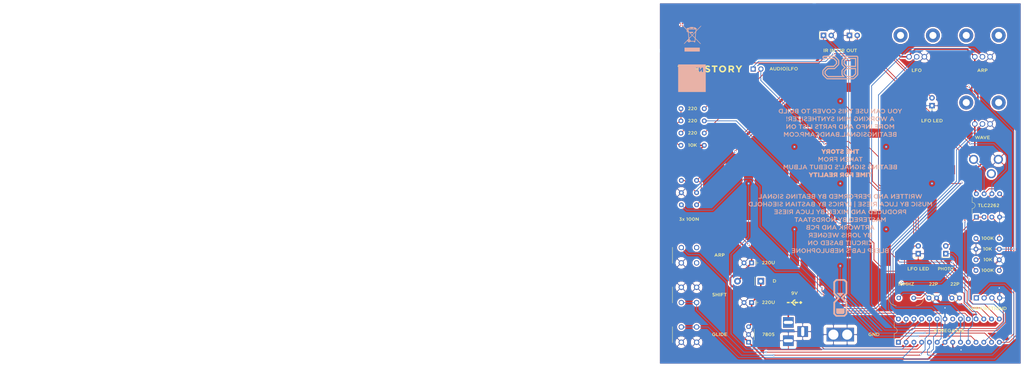
<source format=kicad_pcb>
(kicad_pcb (version 4) (host pcbnew 4.0.6)
  (layers (0 F.Cu signal) (31 B.Cu signal) (34 B.Paste user hide) (35 F.Paste user hide) (36 B.SilkS user) (37 F.SilkS user) (38 B.Mask user) (39 F.Mask user) (44 Edge.Cuts user hide))
  (net 0 "")
  (net 1 GND)
  (net 2 "Net-(D1-Pad2)")
  (net 3 "Net-(C2-Pad1)")
  (net 4 /1)
  (net 5 /2)
  (net 6 /3)
  (net 7 /4)
  (net 8 /5)
  (net 9 /6)
  (net 10 /7)
  (net 11 /8)
  (net 12 /9)
  (net 13 /10)
  (net 14 /AMP)
  (net 15 "Net-(R2-Pad1)")
  (net 16 "Net-(D2-Pad2)")
  (net 17 "Net-(R4-Pad2)")
  (net 18 "Net-(D3-Pad2)")
  (net 19 "Net-(R7-Pad2)")
  (net 20 "Net-(C1-Pad1)")
  (net 21 +5V)
  (net 22 "Net-(Q1-Pad1)")
  (net 23 "Net-(RV1-Pad2)")
  (net 24 "Net-(RV2-Pad2)")
  (net 25 "Net-(RV3-Pad2)")
  (net 26 "Net-(J3-Pad3)")
  (net 27 "Net-(J3-Pad1)")
  (net 28 "Net-(SW3-Pad1)")
  (net 29 "Net-(SW2-Pad2)")
  (net 30 "Net-(C4-Pad1)")
  (net 31 "Net-(D4-Pad2)")
  (net 32 "Net-(R6-Pad2)")
  (net 33 "Net-(C1-Pad2)")
  (net 34 "Net-(C6-Pad1)")
  (net 35 "Net-(C7-Pad1)")
  (net 36 "Net-(J15-Pad2)")
  (module LEDs:LED_SideEmitter_Rectangular_W4.5mm_H1.6mm (layer F.Cu) (at 103 51.5)
    (fp_text reference D1 hide)
    (fp_text value IROUT hide)
    (pad 1 thru_hole rect (at 0 0) (size 1.8 1.8) (drill 0.9) (layers *.Cu *.Mask) (net 1 GND))
    (pad 2 thru_hole circle (at 2.54 0) (size 1.8 1.8) (drill 0.9) (layers *.Cu *.Mask) (net 2 "Net-(D1-Pad2)"))
  )
  (module Eigenes:Cross_Contact_A02 (layer F.Cu) (at 100 73)
    (fp_text reference J4 hide)
    (fp_text value 1 hide)
    (pad 1 smd rect (at 0 0) (size 3 24) (layers F.Cu F.Paste F.Mask) (net 4 /1))
    (pad 1 smd rect (at 0 -4.5) (size 15 3) (layers F.Cu F.Paste F.Mask) (net 4 /1))
    (pad 1 thru_hole circle (at 0 0) (size 1 1) (drill 0.4) (layers *.Cu *.Mask) (net 4 /1))
  )
  (module Eigenes:Cross_Contact_A02 (layer F.Cu) (at 85 88)
    (fp_text reference J5 hide)
    (fp_text value 2 hide)
    (pad 1 smd rect (at 0 0) (size 3 24) (layers F.Cu F.Paste F.Mask) (net 5 /2))
    (pad 1 smd rect (at 0 -4.5) (size 15 3) (layers F.Cu F.Paste F.Mask) (net 5 /2))
    (pad 1 thru_hole circle (at 0 0) (size 1 1) (drill 0.4) (layers *.Cu *.Mask) (net 5 /2))
  )
  (module Eigenes:Cross_Contact_A02 (layer F.Cu) (at 115 88)
    (fp_text reference J6 hide)
    (fp_text value 3 hide)
    (pad 1 smd rect (at 0 0) (size 3 24) (layers F.Cu F.Paste F.Mask) (net 6 /3))
    (pad 1 smd rect (at 0 -4.5) (size 15 3) (layers F.Cu F.Paste F.Mask) (net 6 /3))
    (pad 1 thru_hole circle (at 0 0) (size 1 1) (drill 0.4) (layers *.Cu *.Mask) (net 6 /3))
  )
  (module Eigenes:Cross_Contact_A02 (layer F.Cu) (at 70 100)
    (fp_text reference J7 hide)
    (fp_text value 4 hide)
    (pad 1 smd rect (at 0 0) (size 3 24) (layers F.Cu F.Paste F.Mask) (net 7 /4))
    (pad 1 smd rect (at 0 -4.5) (size 15 3) (layers F.Cu F.Paste F.Mask) (net 7 /4))
    (pad 1 thru_hole circle (at 0 0) (size 1 1) (drill 0.4) (layers *.Cu *.Mask) (net 7 /4))
  )
  (module Eigenes:Cross_Contact_A02 (layer F.Cu) (at 100 100)
    (fp_text reference J8 hide)
    (fp_text value 5 hide)
    (pad 1 smd rect (at 0 0) (size 3 24) (layers F.Cu F.Paste F.Mask) (net 8 /5))
    (pad 1 smd rect (at 0 -4.5) (size 15 3) (layers F.Cu F.Paste F.Mask) (net 8 /5))
    (pad 1 thru_hole circle (at 0 0) (size 1 1) (drill 0.4) (layers *.Cu *.Mask) (net 8 /5))
  )
  (module Eigenes:Cross_Contact_A02 (layer F.Cu) (at 130 100)
    (fp_text reference J9 hide)
    (fp_text value 6 hide)
    (pad 1 smd rect (at 0 0) (size 3 24) (layers F.Cu F.Paste F.Mask) (net 9 /6))
    (pad 1 smd rect (at 0 -4.5) (size 15 3) (layers F.Cu F.Paste F.Mask) (net 9 /6))
    (pad 1 thru_hole circle (at 0 0) (size 1 1) (drill 0.4) (layers *.Cu *.Mask) (net 9 /6))
  )
  (module Eigenes:Cross_Contact_A02 (layer F.Cu) (at 85 115)
    (fp_text reference J10 hide)
    (fp_text value 7 hide)
    (pad 1 smd rect (at 0 0) (size 3 24) (layers F.Cu F.Paste F.Mask) (net 10 /7))
    (pad 1 smd rect (at 0 -4.5) (size 15 3) (layers F.Cu F.Paste F.Mask) (net 10 /7))
    (pad 1 thru_hole circle (at 0 0) (size 1 1) (drill 0.4) (layers *.Cu *.Mask) (net 10 /7))
  )
  (module Eigenes:Cross_Contact_A02 (layer F.Cu) (at 115 115)
    (fp_text reference J11 hide)
    (fp_text value 8 hide)
    (pad 1 smd rect (at 0 0) (size 3 24) (layers F.Cu F.Paste F.Mask) (net 11 /8))
    (pad 1 smd rect (at 0 -4.5) (size 15 3) (layers F.Cu F.Paste F.Mask) (net 11 /8))
    (pad 1 thru_hole circle (at 0 0) (size 1 1) (drill 0.4) (layers *.Cu *.Mask) (net 11 /8))
  )
  (module Eigenes:Cross_Contact_A02 (layer F.Cu) (at 100 127)
    (fp_text reference J12 hide)
    (fp_text value 9 hide)
    (pad 1 smd rect (at 0 0) (size 3 24) (layers F.Cu F.Paste F.Mask) (net 12 /9))
    (pad 1 smd rect (at 0 -4.5) (size 15 3) (layers F.Cu F.Paste F.Mask) (net 12 /9))
    (pad 1 thru_hole circle (at 0 0) (size 1 1) (drill 0.4) (layers *.Cu *.Mask) (net 12 /9))
  )
  (module Capacitors_THT:C_Disc_D3.0mm_W1.6mm_P2.50mm (layer F.Cu) (at 136.5 137.5)
    (fp_text reference C6 hide)
    (fp_text value 22p hide)
    (pad 1 thru_hole circle (at 0 0) (size 1.6 1.6) (drill 0.8) (layers *.Cu *.Mask) (net 34 "Net-(C6-Pad1)"))
    (pad 2 thru_hole circle (at 2.5 0) (size 1.6 1.6) (drill 0.8) (layers *.Cu *.Mask) (net 1 GND))
  )
  (module Capacitors_THT:C_Disc_D3.0mm_W1.6mm_P2.50mm (layer F.Cu) (at 129 137.5)
    (fp_text reference C7 hide)
    (fp_text value 22p hide)
    (pad 1 thru_hole circle (at 0 0) (size 1.6 1.6) (drill 0.8) (layers *.Cu *.Mask) (net 35 "Net-(C7-Pad1)"))
    (pad 2 thru_hole circle (at 2.5 0) (size 1.6 1.6) (drill 0.8) (layers *.Cu *.Mask) (net 1 GND))
  )
  (module Eigenes:GND_Contact_A01 (layer F.Cu) (at 100 149.5 90)
    (fp_text reference J14 hide)
    (fp_text value GND hide)
    (pad 1 thru_hole rect (at 0 2.25 90) (size 4.5 4.5) (drill 3.3) (layers *.Cu *.Mask) (net 1 GND))
    (pad 1 thru_hole rect (at 0 -2.25 90) (size 4.5 4.5) (drill 3.3) (layers *.Cu *.Mask) (net 1 GND))
  )
  (module Eigenes:BeatingSignalNameA02 (layer F.Cu) (at 48 48)
    (fp_text reference J13 hide)
    (fp_text value 10 hide)
    (pad 1 thru_hole circle (at 0 0) (size 0.5 0.5) (drill 0.4) (layers *.Cu *.Mask) (net 13 /10))
  )
  (module Eigenes:BeatingSignalNameA03 (layer F.Cu) (at 67 51.5)
    (fp_text reference G*** hide)
    (fp_text value LOGO hide)
  )
  (module Eigenes:DIP-28 (layer F.Cu) (at 119 152 90)
    (fp_text reference U1 hide)
    (fp_text value ATMEGA328P-PU hide)
    (pad 1 thru_hole rect (at 0 0 90) (size 1.6 1.6) (drill 0.8) (layers *.Cu *.Mask) (net 26 "Net-(J3-Pad3)"))
    (pad 15 thru_hole oval (at 7.62 33.02 90) (size 1.6 1.6) (drill 0.8) (layers *.Cu *.Mask) (net 4 /1))
    (pad 2 thru_hole oval (at 0 2.54 90) (size 1.6 1.6) (drill 0.8) (layers *.Cu *.Mask) (net 7 /4))
    (pad 16 thru_hole oval (at 7.62 30.48 90) (size 1.6 1.6) (drill 0.8) (layers *.Cu *.Mask) (net 5 /2))
    (pad 3 thru_hole oval (at 0 5.08 90) (size 1.6 1.6) (drill 0.8) (layers *.Cu *.Mask) (net 27 "Net-(J3-Pad1)"))
    (pad 17 thru_hole oval (at 7.62 27.94 90) (size 1.6 1.6) (drill 0.8) (layers *.Cu *.Mask) (net 36 "Net-(J15-Pad2)"))
    (pad 4 thru_hole oval (at 0 7.62 90) (size 1.6 1.6) (drill 0.8) (layers *.Cu *.Mask) (net 8 /5))
    (pad 18 thru_hole oval (at 7.62 25.4 90) (size 1.6 1.6) (drill 0.8) (layers *.Cu *.Mask) (net 6 /3))
    (pad 5 thru_hole oval (at 0 10.16 90) (size 1.6 1.6) (drill 0.8) (layers *.Cu *.Mask) (net 14 /AMP))
    (pad 19 thru_hole oval (at 7.62 22.86 90) (size 1.6 1.6) (drill 0.8) (layers *.Cu *.Mask) (net 17 "Net-(R4-Pad2)"))
    (pad 6 thru_hole oval (at 0 12.7 90) (size 1.6 1.6) (drill 0.8) (layers *.Cu *.Mask) (net 9 /6))
    (pad 20 thru_hole oval (at 7.62 20.32 90) (size 1.6 1.6) (drill 0.8) (layers *.Cu *.Mask) (net 21 +5V))
    (pad 7 thru_hole oval (at 0 15.24 90) (size 1.6 1.6) (drill 0.8) (layers *.Cu *.Mask) (net 21 +5V))
    (pad 21 thru_hole oval (at 7.62 17.78 90) (size 1.6 1.6) (drill 0.8) (layers *.Cu *.Mask))
    (pad 8 thru_hole oval (at 0 17.78 90) (size 1.6 1.6) (drill 0.8) (layers *.Cu *.Mask) (net 1 GND))
    (pad 22 thru_hole oval (at 7.62 15.24 90) (size 1.6 1.6) (drill 0.8) (layers *.Cu *.Mask) (net 1 GND))
    (pad 9 thru_hole oval (at 0 20.32 90) (size 1.6 1.6) (drill 0.8) (layers *.Cu *.Mask) (net 35 "Net-(C7-Pad1)"))
    (pad 23 thru_hole oval (at 7.62 12.7 90) (size 1.6 1.6) (drill 0.8) (layers *.Cu *.Mask) (net 28 "Net-(SW3-Pad1)"))
    (pad 10 thru_hole oval (at 0 22.86 90) (size 1.6 1.6) (drill 0.8) (layers *.Cu *.Mask) (net 34 "Net-(C6-Pad1)"))
    (pad 24 thru_hole oval (at 7.62 10.16 90) (size 1.6 1.6) (drill 0.8) (layers *.Cu *.Mask) (net 29 "Net-(SW2-Pad2)"))
    (pad 11 thru_hole oval (at 0 25.4 90) (size 1.6 1.6) (drill 0.8) (layers *.Cu *.Mask) (net 10 /7))
    (pad 25 thru_hole oval (at 7.62 7.62 90) (size 1.6 1.6) (drill 0.8) (layers *.Cu *.Mask) (net 22 "Net-(Q1-Pad1)"))
    (pad 12 thru_hole oval (at 0 27.94 90) (size 1.6 1.6) (drill 0.8) (layers *.Cu *.Mask) (net 11 /8))
    (pad 26 thru_hole oval (at 7.62 5.08 90) (size 1.6 1.6) (drill 0.8) (layers *.Cu *.Mask) (net 25 "Net-(RV3-Pad2)"))
    (pad 13 thru_hole oval (at 0 30.48 90) (size 1.6 1.6) (drill 0.8) (layers *.Cu *.Mask) (net 12 /9))
    (pad 27 thru_hole oval (at 7.62 2.54 90) (size 1.6 1.6) (drill 0.8) (layers *.Cu *.Mask) (net 24 "Net-(RV2-Pad2)"))
    (pad 14 thru_hole oval (at 0 33.02 90) (size 1.6 1.6) (drill 0.8) (layers *.Cu *.Mask) (net 13 /10))
    (pad 28 thru_hole oval (at 7.62 0 90) (size 1.6 1.6) (drill 0.8) (layers *.Cu *.Mask) (net 23 "Net-(RV1-Pad2)"))
  )
  (module Eigenes:Pin_Header_Straight_1x04_Pitch2.54mm (layer F.Cu) (at 144.5 137.5 90)
    (fp_text reference J3 hide)
    (fp_text value "TX RX RST GND" hide)
    (pad 1 thru_hole rect (at 0 0 90) (size 1.7 1.7) (drill 1) (layers *.Cu *.Mask) (net 27 "Net-(J3-Pad1)"))
    (pad 2 thru_hole oval (at 0 2.54 90) (size 1.7 1.7) (drill 1) (layers *.Cu *.Mask) (net 7 /4))
    (pad 3 thru_hole oval (at 0 5.08 90) (size 1.7 1.7) (drill 1) (layers *.Cu *.Mask) (net 26 "Net-(J3-Pad3)"))
    (pad 4 thru_hole oval (at 0 7.62 90) (size 1.7 1.7) (drill 1) (layers *.Cu *.Mask) (net 1 GND))
  )
  (module Eigenes:DIP-8_W7.62mm (layer F.Cu) (at 144.5 111 90)
    (fp_text reference U2 hide)
    (fp_text value TLC2262 hide)
    (pad 1 thru_hole rect (at 0 0 90) (size 1.6 1.6) (drill 0.8) (layers *.Cu *.Mask) (net 32 "Net-(R6-Pad2)"))
    (pad 5 thru_hole oval (at 7.62 7.62 90) (size 1.6 1.6) (drill 0.8) (layers *.Cu *.Mask) (net 19 "Net-(R7-Pad2)"))
    (pad 2 thru_hole oval (at 0 2.54 90) (size 1.6 1.6) (drill 0.8) (layers *.Cu *.Mask) (net 32 "Net-(R6-Pad2)"))
    (pad 6 thru_hole oval (at 7.62 5.08 90) (size 1.6 1.6) (drill 0.8) (layers *.Cu *.Mask) (net 20 "Net-(C1-Pad1)"))
    (pad 3 thru_hole oval (at 0 5.08 90) (size 1.6 1.6) (drill 0.8) (layers *.Cu *.Mask) (net 15 "Net-(R2-Pad1)"))
    (pad 7 thru_hole oval (at 7.62 2.54 90) (size 1.6 1.6) (drill 0.8) (layers *.Cu *.Mask) (net 3 "Net-(C2-Pad1)"))
    (pad 4 thru_hole oval (at 0 7.62 90) (size 1.6 1.6) (drill 0.8) (layers *.Cu *.Mask) (net 1 GND))
    (pad 8 thru_hole oval (at 7.62 0 90) (size 1.6 1.6) (drill 0.8) (layers *.Cu *.Mask) (net 21 +5V))
  )
  (module Eigenes:Switch_DT6SW_B (layer F.Cu) (at 50.5 123.5)
    (fp_text reference SW3 hide)
    (fp_text value ARP hide)
    (pad 3 thru_hole circle (at 2.5 -2.5) (size 1.75 1.75) (drill 1.1) (layers *.Cu *.Mask))
    (pad 4 thru_hole circle (at 2.5 2.5) (size 1.75 1.75) (drill 1.1) (layers *.Cu *.Mask))
    (pad 2 thru_hole circle (at -2.5 2.5) (size 1.75 1.75) (drill 1.1) (layers *.Cu *.Mask) (net 1 GND))
    (pad 1 thru_hole circle (at -2.5 -2.5) (size 1.75 1.75) (drill 1.1) (layers *.Cu *.Mask) (net 28 "Net-(SW3-Pad1)"))
  )
  (module Eigenes:Switch_DT6SW_B (layer F.Cu) (at 50.5 136.5)
    (fp_text reference SW2 hide)
    (fp_text value SHIFT hide)
    (pad 3 thru_hole circle (at 2.5 -2.5) (size 1.75 1.75) (drill 1.1) (layers *.Cu *.Mask) (net 1 GND))
    (pad 4 thru_hole circle (at 2.5 2.5) (size 1.75 1.75) (drill 1.1) (layers *.Cu *.Mask) (net 29 "Net-(SW2-Pad2)"))
    (pad 2 thru_hole circle (at -2.5 2.5) (size 1.75 1.75) (drill 1.1) (layers *.Cu *.Mask) (net 29 "Net-(SW2-Pad2)"))
    (pad 1 thru_hole circle (at -2.5 -2.5) (size 1.75 1.75) (drill 1.1) (layers *.Cu *.Mask) (net 1 GND))
  )
  (module Eigenes:Switch_DT6SW_B (layer F.Cu) (at 50.5 149.5)
    (fp_text reference SW1 hide)
    (fp_text value GLIDE hide)
    (pad 3 thru_hole circle (at 2.5 -2.5) (size 1.75 1.75) (drill 1.1) (layers *.Cu *.Mask) (net 27 "Net-(J3-Pad1)"))
    (pad 4 thru_hole circle (at 2.5 2.5) (size 1.75 1.75) (drill 1.1) (layers *.Cu *.Mask) (net 1 GND))
    (pad 2 thru_hole circle (at -2.5 2.5) (size 1.75 1.75) (drill 1.1) (layers *.Cu *.Mask) (net 1 GND))
    (pad 1 thru_hole circle (at -2.5 -2.5) (size 1.75 1.75) (drill 1.1) (layers *.Cu *.Mask) (net 27 "Net-(J3-Pad1)"))
  )
  (module Eigenes:BARREL_JACK_B (layer F.Cu) (at 83 145.5 90)
    (fp_text reference J2 hide)
    (fp_text value "9V -(+)" hide)
    (pad 1 thru_hole rect (at 0 0 90) (size 3.5 3.5) (drill oval 1 3) (layers *.Cu *.Mask) (net 31 "Net-(D4-Pad2)"))
    (pad 2 thru_hole rect (at -6 0 90) (size 3.5 3.5) (drill oval 1 3) (layers *.Cu *.Mask) (net 1 GND))
    (pad 3 thru_hole rect (at -3 4.7 90) (size 3.5 3.5) (drill oval 3 1) (layers *.Cu *.Mask) (net 1 GND))
  )
  (module Eigenes:D_DO-41_SOD81_P7.62mm_Horizontal_B (layer F.Cu) (at 74 132 180)
    (fp_text reference D4 hide)
    (fp_text value D hide)
    (pad 1 thru_hole rect (at 0 0 180) (size 2.2 2.2) (drill 1.1) (layers *.Cu *.Mask) (net 30 "Net-(C4-Pad1)"))
    (pad 2 thru_hole oval (at 7.62 0 180) (size 2.2 2.2) (drill 1.1) (layers *.Cu *.Mask) (net 31 "Net-(D4-Pad2)"))
  )
  (module Eigenes:Potentiometer_Alps_RK09K_Vertical2 (layer F.Cu) (at 125 51.5 270)
    (fp_text reference RV2 hide)
    (fp_text value LFO hide)
    (pad 3 thru_hole circle (at 7 2.5 270) (size 1.8 1.8) (drill 1.2) (layers *.Cu *.Mask) (net 21 +5V))
    (pad 2 thru_hole circle (at 7 0 270) (size 1.8 1.8) (drill 1.2) (layers *.Cu *.Mask) (net 24 "Net-(RV2-Pad2)"))
    (pad 1 thru_hole circle (at 7 -2.5 270) (size 1.8 1.8) (drill 1.2) (layers *.Cu *.Mask) (net 1 GND))
    (pad 0 thru_hole circle (at 0 -5.3 270) (size 4.6 4.6) (drill 2.3) (layers *.Cu *.Mask))
    (pad 0 thru_hole circle (at 0 5.3 270) (size 4.6 4.6) (drill 2.3) (layers *.Cu *.Mask))
  )
  (module Eigenes:Potentiometer_Alps_RK09K_Vertical2 (layer F.Cu) (at 146.5 51.5 270)
    (fp_text reference RV3 hide)
    (fp_text value ARP hide)
    (pad 3 thru_hole circle (at 7 2.5 270) (size 1.8 1.8) (drill 1.2) (layers *.Cu *.Mask) (net 21 +5V))
    (pad 2 thru_hole circle (at 7 0 270) (size 1.8 1.8) (drill 1.2) (layers *.Cu *.Mask) (net 25 "Net-(RV3-Pad2)"))
    (pad 1 thru_hole circle (at 7 -2.5 270) (size 1.8 1.8) (drill 1.2) (layers *.Cu *.Mask) (net 1 GND))
    (pad 0 thru_hole circle (at 0 -5.3 270) (size 4.6 4.6) (drill 2.3) (layers *.Cu *.Mask))
    (pad 0 thru_hole circle (at 0 5.3 270) (size 4.6 4.6) (drill 2.3) (layers *.Cu *.Mask))
  )
  (module Eigenes:Potentiometer_Alps_RK09K_Vertical2 (layer F.Cu) (at 146.5 73.5 270)
    (fp_text reference RV1 hide)
    (fp_text value WAVE hide)
    (pad 3 thru_hole circle (at 7 2.5 270) (size 1.8 1.8) (drill 1.2) (layers *.Cu *.Mask) (net 21 +5V))
    (pad 2 thru_hole circle (at 7 0 270) (size 1.8 1.8) (drill 1.2) (layers *.Cu *.Mask) (net 23 "Net-(RV1-Pad2)"))
    (pad 1 thru_hole circle (at 7 -2.5 270) (size 1.8 1.8) (drill 1.2) (layers *.Cu *.Mask) (net 1 GND))
    (pad 0 thru_hole circle (at 0 -5.3 270) (size 4.6 4.6) (drill 2.3) (layers *.Cu *.Mask))
    (pad 0 thru_hole circle (at 0 5.3 270) (size 4.6 4.6) (drill 2.3) (layers *.Cu *.Mask))
  )
  (module Eigenes:Buchse2 (layer F.Cu) (at 148 93 90)
    (fp_text reference J1 hide)
    (fp_text value OUTPUT hide)
    (pad 3 thru_hole circle (at 0.9 3.7 90) (size 3 3) (drill 2) (layers *.Cu *.Mask) (net 1 GND))
    (pad 1 thru_hole circle (at 0.9 -4.4 90) (size 3 3) (drill 2) (layers *.Cu *.Mask) (net 3 "Net-(C2-Pad1)"))
    (pad 2 thru_hole circle (at -3.8 1.4 90) (size 3 3) (drill 2) (layers *.Cu *.Mask))
  )
  (module Eigenes:78L05_TO-92_B (layer F.Cu) (at 70 152 90)
    (fp_text reference U3 hide)
    (fp_text value 78L05 hide)
    (pad GND thru_hole circle (at 2.54 0 180) (size 1.524 1.524) (drill 0.8) (layers *.Cu *.Mask) (net 1 GND))
    (pad VI thru_hole circle (at 5.08 0 180) (size 1.524 1.524) (drill 0.8) (layers *.Cu *.Mask) (net 30 "Net-(C4-Pad1)"))
    (pad VO thru_hole rect (at 0 0 180) (size 1.524 1.524) (drill 0.8) (layers *.Cu *.Mask) (net 21 +5V))
  )
  (module Eigenes:LED_D5.0mm_B (layer F.Cu) (at 134.5 123 90)
    (fp_text reference R6 hide)
    (fp_text value R_PHOTO hide)
    (pad 1 thru_hole rect (at 0 0 90) (size 1.8 1.8) (drill 0.9) (layers *.Cu *.Mask) (net 33 "Net-(C1-Pad2)"))
    (pad 2 thru_hole circle (at 2.54 0 90) (size 1.8 1.8) (drill 0.9) (layers *.Cu *.Mask) (net 32 "Net-(R6-Pad2)"))
  )
  (module Eigenes:Crystal_HC49-4H_Vertical_B (layer F.Cu) (at 124 137.5 180)
    (fp_text reference Y1 hide)
    (fp_text value 16MHz hide)
    (pad 1 thru_hole circle (at 0 0 180) (size 1.5 1.5) (drill 0.8) (layers *.Cu *.Mask) (net 34 "Net-(C6-Pad1)"))
    (pad 2 thru_hole circle (at 4.88 0 180) (size 1.5 1.5) (drill 0.8) (layers *.Cu *.Mask) (net 35 "Net-(C7-Pad1)"))
  )
  (module Eigenes:R_Axial_DIN0207_L6.3mm_D2.5mm_P7.62mm_Horizontal_B (layer F.Cu) (at 152 128.5 180)
    (fp_text reference R8 hide)
    (fp_text value 100k hide)
    (pad 1 thru_hole circle (at 0 0 180) (size 1.6 1.6) (drill 0.8) (layers *.Cu *.Mask) (net 3 "Net-(C2-Pad1)"))
    (pad 2 thru_hole oval (at 7.62 0 180) (size 1.6 1.6) (drill 0.8) (layers *.Cu *.Mask) (net 20 "Net-(C1-Pad1)"))
  )
  (module Eigenes:R_Axial_DIN0207_L6.3mm_D2.5mm_P7.62mm_Horizontal_B (layer F.Cu) (at 152 125 180)
    (fp_text reference R7 hide)
    (fp_text value 10k hide)
    (pad 1 thru_hole circle (at 0 0 180) (size 1.6 1.6) (drill 0.8) (layers *.Cu *.Mask) (net 1 GND))
    (pad 2 thru_hole oval (at 7.62 0 180) (size 1.6 1.6) (drill 0.8) (layers *.Cu *.Mask) (net 19 "Net-(R7-Pad2)"))
  )
  (module Eigenes:R_Axial_DIN0207_L6.3mm_D2.5mm_P7.62mm_Horizontal_B (layer F.Cu) (at 152 121.5 180)
    (fp_text reference R1 hide)
    (fp_text value 10k hide)
    (pad 1 thru_hole circle (at 0 0 180) (size 1.6 1.6) (drill 0.8) (layers *.Cu *.Mask) (net 14 /AMP))
    (pad 2 thru_hole oval (at 7.62 0 180) (size 1.6 1.6) (drill 0.8) (layers *.Cu *.Mask) (net 1 GND))
  )
  (module Eigenes:R_Axial_DIN0207_L6.3mm_D2.5mm_P7.62mm_Horizontal_B (layer F.Cu) (at 152 118 180)
    (fp_text reference R2 hide)
    (fp_text value 100k hide)
    (pad 1 thru_hole circle (at 0 0 180) (size 1.6 1.6) (drill 0.8) (layers *.Cu *.Mask) (net 15 "Net-(R2-Pad1)"))
    (pad 2 thru_hole oval (at 7.62 0 180) (size 1.6 1.6) (drill 0.8) (layers *.Cu *.Mask) (net 14 /AMP))
  )
  (module Eigenes:R_Axial_DIN0207_L6.3mm_D2.5mm_P7.62mm_Horizontal_B (layer F.Cu) (at 55.5 83.5 180)
    (fp_text reference R3 hide)
    (fp_text value 220 hide)
    (pad 1 thru_hole circle (at 0 0 180) (size 1.6 1.6) (drill 0.8) (layers *.Cu *.Mask) (net 16 "Net-(D2-Pad2)"))
    (pad 2 thru_hole oval (at 7.62 0 180) (size 1.6 1.6) (drill 0.8) (layers *.Cu *.Mask) (net 36 "Net-(J15-Pad2)"))
  )
  (module Eigenes:R_Axial_DIN0207_L6.3mm_D2.5mm_P7.62mm_Horizontal_B (layer F.Cu) (at 55.5 87.5 180)
    (fp_text reference R9 hide)
    (fp_text value 10K hide)
    (pad 1 thru_hole circle (at 0 0 180) (size 1.6 1.6) (drill 0.8) (layers *.Cu *.Mask) (net 21 +5V))
    (pad 2 thru_hole oval (at 7.62 0 180) (size 1.6 1.6) (drill 0.8) (layers *.Cu *.Mask) (net 22 "Net-(Q1-Pad1)"))
  )
  (module Eigenes:R_Axial_DIN0207_L6.3mm_D2.5mm_P7.62mm_Horizontal_B (layer F.Cu) (at 55.5 79.5 180)
    (fp_text reference R5 hide)
    (fp_text value 220 hide)
    (pad 1 thru_hole circle (at 0 0 180) (size 1.6 1.6) (drill 0.8) (layers *.Cu *.Mask) (net 18 "Net-(D3-Pad2)"))
    (pad 2 thru_hole oval (at 7.62 0 180) (size 1.6 1.6) (drill 0.8) (layers *.Cu *.Mask) (net 17 "Net-(R4-Pad2)"))
  )
  (module Eigenes:R_Axial_DIN0207_L6.3mm_D2.5mm_P7.62mm_Horizontal_B (layer F.Cu) (at 55.5 75.5 180)
    (fp_text reference R4 hide)
    (fp_text value 220 hide)
    (pad 1 thru_hole circle (at 0 0 180) (size 1.6 1.6) (drill 0.8) (layers *.Cu *.Mask) (net 2 "Net-(D1-Pad2)"))
    (pad 2 thru_hole oval (at 7.62 0 180) (size 1.6 1.6) (drill 0.8) (layers *.Cu *.Mask) (net 17 "Net-(R4-Pad2)"))
  )
  (module Eigenes:C_Rect_L7.0mm_W2.5mm_P5.00mm_B (layer F.Cu) (at 48 99)
    (fp_text reference C2 hide)
    (fp_text value 100n hide)
    (pad 1 thru_hole circle (at 0 0) (size 1.6 1.6) (drill 0.8) (layers *.Cu *.Mask) (net 3 "Net-(C2-Pad1)"))
    (pad 2 thru_hole circle (at 5 0) (size 1.6 1.6) (drill 0.8) (layers *.Cu *.Mask) (net 20 "Net-(C1-Pad1)"))
  )
  (module Eigenes:C_Rect_L7.0mm_W2.5mm_P5.00mm_B (layer F.Cu) (at 53 103 180)
    (fp_text reference C3 hide)
    (fp_text value 100n hide)
    (pad 1 thru_hole circle (at 0 0 180) (size 1.6 1.6) (drill 0.8) (layers *.Cu *.Mask) (net 3 "Net-(C2-Pad1)"))
    (pad 2 thru_hole circle (at 5 0 180) (size 1.6 1.6) (drill 0.8) (layers *.Cu *.Mask) (net 1 GND))
  )
  (module Eigenes:C_Rect_L7.0mm_W2.5mm_P5.00mm_B (layer F.Cu) (at 53 107 180)
    (fp_text reference C1 hide)
    (fp_text value 100n hide)
    (pad 1 thru_hole circle (at 0 0 180) (size 1.6 1.6) (drill 0.8) (layers *.Cu *.Mask) (net 20 "Net-(C1-Pad1)"))
    (pad 2 thru_hole circle (at 5 0 180) (size 1.6 1.6) (drill 0.8) (layers *.Cu *.Mask) (net 33 "Net-(C1-Pad2)"))
  )
  (module Eigenes:LED_D5.0mm_B (layer F.Cu) (at 125.5 123 90)
    (fp_text reference D3 hide)
    (fp_text value LFOLED2 hide)
    (pad 1 thru_hole rect (at 0 0 90) (size 1.8 1.8) (drill 0.9) (layers *.Cu *.Mask) (net 1 GND))
    (pad 2 thru_hole circle (at 2.54 0 90) (size 1.8 1.8) (drill 0.9) (layers *.Cu *.Mask) (net 18 "Net-(D3-Pad2)"))
  )
  (module Eigenes:LED_D5.0mm_B (layer F.Cu) (at 130 74.5 90)
    (fp_text reference D2 hide)
    (fp_text value LFOLED hide)
    (pad 1 thru_hole rect (at 0 0 90) (size 1.8 1.8) (drill 0.9) (layers *.Cu *.Mask) (net 1 GND))
    (pad 2 thru_hole circle (at 2.54 0 90) (size 1.8 1.8) (drill 0.9) (layers *.Cu *.Mask) (net 16 "Net-(D2-Pad2)"))
  )
  (module Eigenes:LED_D5.0mm_B (layer F.Cu) (at 94.5 51.5)
    (fp_text reference Q1 hide)
    (fp_text value IRIN hide)
    (pad 1 thru_hole rect (at 0 0) (size 1.8 1.8) (drill 0.9) (layers *.Cu *.Mask) (net 22 "Net-(Q1-Pad1)"))
    (pad 2 thru_hole circle (at 2.54 0) (size 1.8 1.8) (drill 0.9) (layers *.Cu *.Mask) (net 1 GND))
  )
  (module Eigenes:CP_Radial_D5.0mm_P2.50mm_B (layer F.Cu) (at 71 126 180)
    (fp_text reference C5 hide)
    (fp_text value 220u hide)
    (pad 1 thru_hole rect (at 0 0 180) (size 1.6 1.6) (drill 0.8) (layers *.Cu *.Mask) (net 21 +5V))
    (pad 2 thru_hole circle (at 2.5 0 180) (size 1.6 1.6) (drill 0.8) (layers *.Cu *.Mask) (net 1 GND))
  )
  (module Eigenes:CP_Radial_D5.0mm_P2.50mm_B (layer F.Cu) (at 71 139 180)
    (fp_text reference C4 hide)
    (fp_text value 220u hide)
    (pad 1 thru_hole rect (at 0 0 180) (size 1.6 1.6) (drill 0.8) (layers *.Cu *.Mask) (net 30 "Net-(C4-Pad1)"))
    (pad 2 thru_hole circle (at 2.5 0 180) (size 1.6 1.6) (drill 0.8) (layers *.Cu *.Mask) (net 1 GND))
  )
  (module Eigenes:LFOLED_A01 (layer F.Cu) (at 130 79.5)
    (fp_text reference G*** hide)
    (fp_text value LOGO hide)
  )
  (module Eigenes:LFOLED_A01 (layer F.Cu) (at 125.5 128)
    (fp_text reference G*** hide)
    (fp_text value LOGO hide)
  )
  (module Eigenes:TheStory_A01 (layer F.Cu) (at 57.5 62.7)
    (fp_text reference G*** hide)
    (fp_text value LOGO hide)
  )
  (module Eigenes:RXTX_A01 (layer F.Cu) (at 148 141)
    (fp_text reference G*** hide)
    (fp_text value LOGO hide)
  )
  (module Eigenes:LFO_A02 (layer F.Cu) (at 125 63)
    (fp_text reference G*** hide)
    (fp_text value LOGO hide)
  )
  (module Eigenes:ARP_A02 (layer F.Cu) (at 146.5 63)
    (fp_text reference G*** hide)
    (fp_text value LOGO hide)
  )
  (module Eigenes:ARP_A02 (layer F.Cu) (at 60.5 123.5)
    (fp_text reference G*** hide)
    (fp_text value LOGO hide)
  )
  (module Eigenes:SHIFT_A02 (layer F.Cu) (at 60.5 136.5)
    (fp_text reference G*** hide)
    (fp_text value LOGO hide)
  )
  (module Eigenes:GND_A02 (layer F.Cu) (at 111 149.5)
    (fp_text reference G*** hide)
    (fp_text value LOGO hide)
  )
  (module Eigenes:WAVE_A02 (layer F.Cu) (at 146.5 85)
    (fp_text reference G*** hide)
    (fp_text value LOGO hide)
  )
  (module Eigenes:GLIDE_A02 (layer F.Cu) (at 60.5 149.5)
    (fp_text reference G*** hide)
    (fp_text value LOGO hide)
  )
  (module Eigenes:220U_A01 (layer F.Cu) (at 76.5 126)
    (fp_text reference G*** hide)
    (fp_text value LOGO hide)
  )
  (module Eigenes:220U_A01 (layer F.Cu) (at 76.5 139)
    (fp_text reference G*** hide)
    (fp_text value LOGO hide)
  )
  (module Eigenes:ATMEGA_A01 (layer F.Cu) (at 135.5 148.25)
    (fp_text reference G*** hide)
    (fp_text value LOGO hide)
  )
  (module Eigenes:22P_A01 (layer F.Cu) (at 130.5 133)
    (fp_text reference G*** hide)
    (fp_text value LOGO hide)
  )
  (module Eigenes:22P_A01 (layer F.Cu) (at 137.5 133)
    (fp_text reference G*** hide)
    (fp_text value LOGO hide)
  )
  (module Eigenes:D_A01 (layer F.Cu) (at 78.5 132)
    (fp_text reference G*** hide)
    (fp_text value LOGO hide)
  )
  (module Eigenes:16MHZ_A01 (layer F.Cu) (at 121.5 133)
    (fp_text reference G*** hide)
    (fp_text value LOGO hide)
  )
  (module Eigenes:7805_A01 (layer F.Cu) (at 76.5 149.5)
    (fp_text reference G*** hide)
    (fp_text value LOGO hide)
  )
  (module Eigenes:BARREL_A01 (layer F.Cu) (at 85 139)
    (fp_text reference G*** hide)
    (fp_text value LOGO hide)
  )
  (module Eigenes:Pin_Header_Straight_1x02_Pitch2.54mm (layer F.Cu) (at 71.5 62.5 90)
    (fp_text reference J15 hide)
    (fp_text value CONN_01X02 hide)
    (pad 1 thru_hole rect (at 0 0 90) (size 1.7 1.7) (drill 1) (layers *.Cu *.Mask) (net 14 /AMP))
    (pad 2 thru_hole oval (at 0 2.54 90) (size 1.7 1.7) (drill 1) (layers *.Cu *.Mask) (net 36 "Net-(J15-Pad2)"))
  )
  (module Eigenes:AUDIO_A01 (layer F.Cu) (at 81.5 62.5)
    (fp_text reference G*** hide)
    (fp_text value LOGO hide)
  )
  (module Eigenes:9V_A01 (layer F.Cu) (at 85 136)
    (fp_text reference G*** hide)
    (fp_text value LOGO hide)
  )
  (module Eigenes:IR_A01 (layer F.Cu) (at 100 56.5)
    (fp_text reference G*** hide)
    (fp_text value LOGO hide)
  )
  (module Eigenes:PHOTO_A01 (layer F.Cu) (at 134.5 128)
    (fp_text reference G*** hide)
    (fp_text value LOGO hide)
  )
  (module Eigenes:TLC_A01 (layer F.Cu) (at 148.5 107.25)
    (fp_text reference G*** hide)
    (fp_text value LOGO hide)
  )
  (module Eigenes:HG_A01 (layer B.Cu) (at 100 137.5 180)
    (fp_text reference G*** hide)
    (fp_text value LOGO hide)
  )
  (module Eigenes:NR_A01 (layer B.Cu) (at 51.5 65.5 180)
    (fp_text reference G*** hide)
    (fp_text value LOGO hide)
  )
  (module Eigenes:TRASH_A01 (layer B.Cu) (at 51.5 52.5 180)
    (fp_text reference G*** hide)
    (fp_text value LOGO hide)
  )
  (module Eigenes:TXT1_A01 (layer B.Cu) (at 100 81.5 180)
    (fp_text reference G*** hide)
    (fp_text value LOGO hide)
  )
  (module Eigenes:TXT2_A01 (layer B.Cu) (at 100 93.5 180)
    (fp_text reference G*** hide)
    (fp_text value LOGO hide)
  )
  (module Eigenes:TXT3_A01 (layer B.Cu) (at 100 114.5 180)
    (fp_text reference G*** hide)
    (fp_text value LOGO hide)
  )
  (module Eigenes:100N_A02 (layer F.Cu) (at 50.5 111.75)
    (fp_text reference G*** hide)
    (fp_text value LOGO hide)
  )
  (module Eigenes:100K_A01 (layer F.Cu) (at 148.2 118)
    (fp_text reference G*** hide)
    (fp_text value LOGO hide)
  )
  (module Eigenes:100K_A01 (layer F.Cu) (at 148.2 128.5)
    (fp_text reference G*** hide)
    (fp_text value LOGO hide)
  )
  (module Eigenes:10K_A01 (layer F.Cu) (at 148.2 121.5)
    (fp_text reference G*** hide)
    (fp_text value LOGO hide)
  )
  (module Eigenes:10K_A01 (layer F.Cu) (at 148.3 125)
    (fp_text reference G*** hide)
    (fp_text value LOGO hide)
  )
  (module Eigenes:10K_A01 (layer F.Cu) (at 51.7 87.5)
    (fp_text reference G*** hide)
    (fp_text value LOGO hide)
  )
  (module Eigenes:220_A01 (layer F.Cu) (at 51.7 83.5)
    (fp_text reference G*** hide)
    (fp_text value LOGO hide)
  )
  (module Eigenes:220_A01 (layer F.Cu) (at 51.7 79.5)
    (fp_text reference G*** hide)
    (fp_text value LOGO hide)
  )
  (module Eigenes:220_A01 (layer F.Cu) (at 51.7 75.5)
    (fp_text reference G*** hide)
    (fp_text value LOGO hide)
  )
  (module Eigenes:BS_A03 (layer B.Cu) (at 100 62 180)
    (fp_text reference G*** hide)
    (fp_text value LOGO hide)
  )
  (segment (start 134.24 144.38) (end 134.24 140.76) (width 0.5) (layer B.Cu) (net 1))
  (segment (start 134.25 140.75) (end 131.5 138) (width 0.5) (layer F.Cu) (net 1))
  (via (at 134.25 140.75) (size 0.6) (drill 0.4) (layers F.Cu B.Cu) (net 1))
  (segment (start 134.24 140.76) (end 134.25 140.75) (width 0.5) (layer B.Cu) (net 1))
  (segment (start 131.5 138) (end 131.5 137.5) (width 0.5) (layer F.Cu) (net 1))
  (segment (start 136.78 152) (end 136.78 153.53) (width 0.5) (layer F.Cu) (net 1))
  (via (at 139.5 154.5) (size 0.6) (drill 0.4) (layers F.Cu B.Cu) (net 1))
  (segment (start 137.75 154.5) (end 139.5 154.5) (width 0.5) (layer F.Cu) (net 1))
  (segment (start 136.78 153.53) (end 137.75 154.5) (width 0.5) (layer F.Cu) (net 1))
  (segment (start 152.12 137.5) (end 152.12 134.37) (width 0.5) (layer B.Cu) (net 1))
  (segment (start 149.5 127.5) (end 152 125) (width 0.5) (layer F.Cu) (net 1))
  (segment (start 149.5 131.75) (end 149.5 127.5) (width 0.5) (layer F.Cu) (net 1))
  (segment (start 152 134.25) (end 149.5 131.75) (width 0.5) (layer F.Cu) (net 1))
  (via (at 152 134.25) (size 0.6) (drill 0.4) (layers F.Cu B.Cu) (net 1))
  (segment (start 152.12 134.37) (end 152 134.25) (width 0.5) (layer B.Cu) (net 1))
  (segment (start 105.54 51.5) (end 105.54 53.96) (width 0.25) (layer F.Cu) (net 2))
  (segment (start 70.5 60.5) (end 55.5 75.5) (width 0.25) (layer F.Cu) (net 2))
  (segment (start 93 60.5) (end 70.5 60.5) (width 0.25) (layer F.Cu) (net 2))
  (segment (start 97 56.5) (end 93 60.5) (width 0.25) (layer F.Cu) (net 2))
  (segment (start 103 56.5) (end 97 56.5) (width 0.25) (layer F.Cu) (net 2))
  (segment (start 105.54 53.96) (end 103 56.5) (width 0.25) (layer F.Cu) (net 2))
  (segment (start 53 103) (end 53 102.25) (width 0.25) (layer B.Cu) (net 3))
  (segment (start 53 102.25) (end 65.75 89.5) (width 0.25) (layer B.Cu) (net 3))
  (segment (start 111.25 59.75) (end 143.6 92.1) (width 0.25) (layer F.Cu) (net 3))
  (segment (start 98.75 59.75) (end 111.25 59.75) (width 0.25) (layer F.Cu) (net 3))
  (segment (start 92.5 66) (end 98.75 59.75) (width 0.25) (layer F.Cu) (net 3))
  (segment (start 89 66) (end 92.5 66) (width 0.25) (layer F.Cu) (net 3))
  (segment (start 65.75 89.25) (end 89 66) (width 0.25) (layer F.Cu) (net 3))
  (segment (start 65.5 89.25) (end 65.75 89.25) (width 0.25) (layer F.Cu) (net 3))
  (segment (start 65.75 89.5) (end 65.5 89.25) (width 0.25) (layer F.Cu) (net 3))
  (via (at 65.75 89.5) (size 0.6) (drill 0.4) (layers F.Cu B.Cu) (net 3))
  (segment (start 48 99) (end 49 99) (width 0.25) (layer F.Cu) (net 3))
  (segment (start 49 99) (end 53 103) (width 0.25) (layer F.Cu) (net 3))
  (segment (start 147.04 103.38) (end 147.04 95.54) (width 0.25) (layer B.Cu) (net 3))
  (segment (start 147.04 95.54) (end 143.6 92.1) (width 0.25) (layer B.Cu) (net 3))
  (segment (start 152 128.5) (end 152 128) (width 0.25) (layer F.Cu) (net 3))
  (segment (start 152 128) (end 155 125) (width 0.25) (layer F.Cu) (net 3))
  (segment (start 155 125) (end 155 103.75) (width 0.25) (layer F.Cu) (net 3))
  (segment (start 155 103.75) (end 153 101.75) (width 0.25) (layer F.Cu) (net 3))
  (segment (start 153 101.75) (end 148.67 101.75) (width 0.25) (layer F.Cu) (net 3))
  (segment (start 148.67 101.75) (end 147.04 103.38) (width 0.25) (layer F.Cu) (net 3))
  (segment (start 100 73) (end 100.25 73) (width 0.25) (layer F.Cu) (net 4))
  (segment (start 100.25 73) (end 106.5 79.25) (width 0.25) (layer F.Cu) (net 4))
  (segment (start 106.5 79.25) (end 106.5 85.25) (width 0.25) (layer F.Cu) (net 4))
  (segment (start 106.5 85.25) (end 112.5 91.25) (width 0.25) (layer F.Cu) (net 4))
  (segment (start 112.5 91.25) (end 112.5 100.25) (width 0.25) (layer F.Cu) (net 4))
  (segment (start 112.5 100.25) (end 113 100.75) (width 0.25) (layer F.Cu) (net 4))
  (segment (start 113 100.75) (end 120.75 100.75) (width 0.25) (layer F.Cu) (net 4))
  (segment (start 120.75 100.75) (end 125.5 105.5) (width 0.25) (layer F.Cu) (net 4))
  (segment (start 125.5 105.5) (end 125.5 115.25) (width 0.25) (layer F.Cu) (net 4))
  (segment (start 125.5 115.25) (end 130.5 120.25) (width 0.25) (layer F.Cu) (net 4))
  (segment (start 130.5 120.25) (end 130.5 122.75) (width 0.25) (layer F.Cu) (net 4))
  (segment (start 130.5 122.75) (end 142.5 134.75) (width 0.25) (layer F.Cu) (net 4))
  (segment (start 142.5 134.75) (end 142.5 138.5) (width 0.25) (layer F.Cu) (net 4))
  (segment (start 142.5 138.5) (end 143.5 139.5) (width 0.25) (layer F.Cu) (net 4))
  (segment (start 143.5 139.5) (end 147.14 139.5) (width 0.25) (layer F.Cu) (net 4))
  (segment (start 147.14 139.5) (end 152.02 144.38) (width 0.25) (layer F.Cu) (net 4))
  (segment (start 85 88) (end 85 88) (width 0.25) (layer F.Cu) (net 5))
  (segment (start 145.85 140.75) (end 149.48 144.38) (width 0.25) (layer F.Cu) (net 5))
  (segment (start 143.25 140.75) (end 145.85 140.75) (width 0.25) (layer F.Cu) (net 5))
  (segment (start 141.5 139) (end 143.25 140.75) (width 0.25) (layer F.Cu) (net 5))
  (segment (start 141.5 135.25) (end 141.5 139) (width 0.25) (layer F.Cu) (net 5))
  (segment (start 129.5 123.25) (end 141.5 135.25) (width 0.25) (layer F.Cu) (net 5))
  (segment (start 129.5 120.75) (end 129.5 123.25) (width 0.25) (layer F.Cu) (net 5))
  (segment (start 124.75 116) (end 129.5 120.75) (width 0.25) (layer F.Cu) (net 5))
  (segment (start 124.75 105.75) (end 124.75 116) (width 0.25) (layer F.Cu) (net 5))
  (segment (start 120.5 101.5) (end 124.75 105.75) (width 0.25) (layer F.Cu) (net 5))
  (segment (start 112.75 101.5) (end 120.5 101.5) (width 0.25) (layer F.Cu) (net 5))
  (segment (start 110.5 99.25) (end 112.75 101.5) (width 0.25) (layer F.Cu) (net 5))
  (segment (start 110.5 94) (end 110.5 99.25) (width 0.25) (layer F.Cu) (net 5))
  (segment (start 105 88.5) (end 110.5 94) (width 0.25) (layer F.Cu) (net 5))
  (segment (start 105 88.5) (end 105 88.5) (width 0.25) (layer F.Cu) (net 5))
  (segment (start 102.75 86.25) (end 105 88.5) (width 0.25) (layer F.Cu) (net 5))
  (segment (start 86.75 86.25) (end 102.75 86.25) (width 0.25) (layer F.Cu) (net 5))
  (segment (start 85 88) (end 86.75 86.25) (width 0.25) (layer F.Cu) (net 5))
  (segment (start 115 88) (end 115 88) (width 0.25) (layer F.Cu) (net 6))
  (segment (start 144.4 142.4) (end 144.4 144.38) (width 0.25) (layer B.Cu) (net 6))
  (segment (start 140.75 138.75) (end 144.4 142.4) (width 0.25) (layer B.Cu) (net 6))
  (segment (start 140.75 112.5) (end 140.75 138.75) (width 0.25) (layer B.Cu) (net 6))
  (segment (start 140.75 112.5) (end 140.75 112.5) (width 0.25) (layer B.Cu) (net 6))
  (via (at 140.75 112.5) (size 0.6) (drill 0.4) (layers F.Cu B.Cu) (net 6))
  (segment (start 140.75 91) (end 140.75 112.5) (width 0.25) (layer F.Cu) (net 6))
  (segment (start 136.75 87) (end 140.75 91) (width 0.25) (layer F.Cu) (net 6))
  (segment (start 116 87) (end 136.75 87) (width 0.25) (layer F.Cu) (net 6))
  (segment (start 115 88) (end 116 87) (width 0.25) (layer F.Cu) (net 6))
  (segment (start 121.54 151.21) (end 124.5 148.25) (width 0.25) (layer F.Cu) (net 7))
  (segment (start 124.5 148.25) (end 151.25 148.25) (width 0.25) (layer F.Cu) (net 7))
  (segment (start 151.25 148.25) (end 154 145.5) (width 0.25) (layer F.Cu) (net 7))
  (segment (start 154 145.5) (end 154 136.75) (width 0.25) (layer F.Cu) (net 7))
  (segment (start 154 136.75) (end 153 135.75) (width 0.25) (layer F.Cu) (net 7))
  (segment (start 153 135.75) (end 148.79 135.75) (width 0.25) (layer F.Cu) (net 7))
  (segment (start 148.79 135.75) (end 147.04 137.5) (width 0.25) (layer F.Cu) (net 7))
  (segment (start 121.54 152) (end 121.54 151.21) (width 0.25) (layer F.Cu) (net 7))
  (segment (start 70 100) (end 70 117.5) (width 0.25) (layer B.Cu) (net 7))
  (segment (start 121.54 152.96) (end 121.54 152) (width 0.25) (layer B.Cu) (net 7))
  (segment (start 120.25 154.25) (end 121.54 152.96) (width 0.25) (layer B.Cu) (net 7))
  (segment (start 69.25 154.25) (end 120.25 154.25) (width 0.25) (layer B.Cu) (net 7))
  (segment (start 64.25 149.25) (end 69.25 154.25) (width 0.25) (layer B.Cu) (net 7))
  (segment (start 64.25 123.25) (end 64.25 149.25) (width 0.25) (layer B.Cu) (net 7))
  (segment (start 70 117.5) (end 64.25 123.25) (width 0.25) (layer B.Cu) (net 7))
  (segment (start 126.62 152) (end 126.62 152.88) (width 0.25) (layer F.Cu) (net 8))
  (segment (start 96 104) (end 100 100) (width 0.25) (layer F.Cu) (net 8))
  (segment (start 96 114) (end 96 104) (width 0.25) (layer F.Cu) (net 8))
  (segment (start 90 120) (end 96 114) (width 0.25) (layer F.Cu) (net 8))
  (segment (start 90 127.25) (end 90 120) (width 0.25) (layer F.Cu) (net 8))
  (segment (start 92.5 129.75) (end 90 127.25) (width 0.25) (layer F.Cu) (net 8))
  (segment (start 92.5 152) (end 92.5 129.75) (width 0.25) (layer F.Cu) (net 8))
  (segment (start 94.75 154.25) (end 92.5 152) (width 0.25) (layer F.Cu) (net 8))
  (segment (start 125.25 154.25) (end 94.75 154.25) (width 0.25) (layer F.Cu) (net 8))
  (segment (start 126.62 152.88) (end 125.25 154.25) (width 0.25) (layer F.Cu) (net 8))
  (segment (start 131.7 152) (end 131.7 152.05) (width 0.25) (layer B.Cu) (net 9))
  (segment (start 139.5 100) (end 130 100) (width 0.25) (layer F.Cu) (net 9))
  (segment (start 139.75 99.75) (end 139.5 100) (width 0.25) (layer F.Cu) (net 9))
  (via (at 139.75 99.75) (size 0.6) (drill 0.4) (layers F.Cu B.Cu) (net 9))
  (segment (start 117.25 122.25) (end 139.75 99.75) (width 0.25) (layer B.Cu) (net 9))
  (segment (start 117.25 139.5) (end 117.25 122.25) (width 0.25) (layer B.Cu) (net 9))
  (segment (start 118.25 140.5) (end 117.25 139.5) (width 0.25) (layer B.Cu) (net 9))
  (segment (start 130 140.5) (end 118.25 140.5) (width 0.25) (layer B.Cu) (net 9))
  (segment (start 133 143.5) (end 130 140.5) (width 0.25) (layer B.Cu) (net 9))
  (segment (start 133 150.75) (end 133 143.5) (width 0.25) (layer B.Cu) (net 9))
  (segment (start 131.7 152.05) (end 133 150.75) (width 0.25) (layer B.Cu) (net 9))
  (segment (start 85 115) (end 85 123.5) (width 0.25) (layer B.Cu) (net 10))
  (segment (start 142.75 150) (end 144.4 151.65) (width 0.25) (layer F.Cu) (net 10))
  (segment (start 125.5 150) (end 142.75 150) (width 0.25) (layer F.Cu) (net 10))
  (via (at 125.5 150) (size 0.6) (drill 0.4) (layers F.Cu B.Cu) (net 10))
  (segment (start 111.5 150) (end 125.5 150) (width 0.25) (layer B.Cu) (net 10))
  (segment (start 85 123.5) (end 111.5 150) (width 0.25) (layer B.Cu) (net 10))
  (segment (start 144.4 151.65) (end 144.4 152) (width 0.25) (layer F.Cu) (net 10))
  (segment (start 146.94 152) (end 146.94 152.06) (width 0.25) (layer B.Cu) (net 11))
  (segment (start 119.5 125.75) (end 115 121.25) (width 0.25) (layer F.Cu) (net 11))
  (via (at 119.5 125.75) (size 0.6) (drill 0.4) (layers F.Cu B.Cu) (net 11))
  (segment (start 136.5 125.75) (end 119.5 125.75) (width 0.25) (layer B.Cu) (net 11))
  (segment (start 136.75 126) (end 136.5 125.75) (width 0.25) (layer B.Cu) (net 11))
  (via (at 136.75 126) (size 0.6) (drill 0.4) (layers F.Cu B.Cu) (net 11))
  (segment (start 142 131.25) (end 136.75 126) (width 0.25) (layer F.Cu) (net 11))
  (via (at 142 131.25) (size 0.6) (drill 0.4) (layers F.Cu B.Cu) (net 11))
  (segment (start 142 138.25) (end 142 131.25) (width 0.25) (layer B.Cu) (net 11))
  (segment (start 143.25 139.5) (end 142 138.25) (width 0.25) (layer B.Cu) (net 11))
  (segment (start 150.25 139.5) (end 143.25 139.5) (width 0.25) (layer B.Cu) (net 11))
  (segment (start 153.5 142.75) (end 150.25 139.5) (width 0.25) (layer B.Cu) (net 11))
  (segment (start 153.5 145.5) (end 153.5 142.75) (width 0.25) (layer B.Cu) (net 11))
  (segment (start 151.75 147.25) (end 153.5 145.5) (width 0.25) (layer B.Cu) (net 11))
  (segment (start 151.75 147.25) (end 151.75 147.25) (width 0.25) (layer B.Cu) (net 11))
  (segment (start 146.94 152.06) (end 151.75 147.25) (width 0.25) (layer B.Cu) (net 11))
  (segment (start 115 121.25) (end 115 115) (width 0.25) (layer F.Cu) (net 11))
  (segment (start 100 127) (end 100 136) (width 0.25) (layer B.Cu) (net 12))
  (segment (start 147.25 149) (end 149.48 151.23) (width 0.25) (layer F.Cu) (net 12))
  (segment (start 127.75 149) (end 147.25 149) (width 0.25) (layer F.Cu) (net 12))
  (via (at 127.75 149) (size 0.6) (drill 0.4) (layers F.Cu B.Cu) (net 12))
  (segment (start 113 149) (end 127.75 149) (width 0.25) (layer B.Cu) (net 12))
  (segment (start 100 136) (end 113 149) (width 0.25) (layer B.Cu) (net 12))
  (segment (start 149.48 151.23) (end 149.48 152) (width 0.25) (layer F.Cu) (net 12))
  (segment (start 152.02 152) (end 155.25 152) (width 0.25) (layer F.Cu) (net 13))
  (segment (start 49 47) (end 48 48) (width 0.25) (layer F.Cu) (net 13))
  (segment (start 152.25 47) (end 49 47) (width 0.25) (layer F.Cu) (net 13))
  (segment (start 157.5 52.25) (end 152.25 47) (width 0.25) (layer F.Cu) (net 13))
  (segment (start 157.5 149.75) (end 157.5 52.25) (width 0.25) (layer F.Cu) (net 13))
  (segment (start 155.25 152) (end 157.5 149.75) (width 0.25) (layer F.Cu) (net 13))
  (segment (start 71.5 62.5) (end 71.5 61.75) (width 0.25) (layer B.Cu) (net 14))
  (segment (start 71.5 61.75) (end 73.25 60) (width 0.25) (layer B.Cu) (net 14))
  (segment (start 73.25 60) (end 95.25 60) (width 0.25) (layer B.Cu) (net 14))
  (segment (start 95.25 60) (end 97.75 57.5) (width 0.25) (layer B.Cu) (net 14))
  (via (at 97.75 57.5) (size 0.6) (drill 0.4) (layers F.Cu B.Cu) (net 14))
  (segment (start 97.75 57.5) (end 116.5 57.5) (width 0.25) (layer F.Cu) (net 14))
  (segment (start 116.5 57.5) (end 127.25 68.25) (width 0.25) (layer F.Cu) (net 14))
  (segment (start 127.25 68.25) (end 142 68.25) (width 0.25) (layer F.Cu) (net 14))
  (via (at 142 68.25) (size 0.6) (drill 0.4) (layers F.Cu B.Cu) (net 14))
  (segment (start 142 68.25) (end 156.75 83) (width 0.25) (layer B.Cu) (net 14))
  (segment (start 156.75 83) (end 156.75 121.5) (width 0.25) (layer B.Cu) (net 14))
  (segment (start 129.16 152) (end 129.16 153.84) (width 0.25) (layer B.Cu) (net 14))
  (segment (start 156.75 121.5) (end 152 121.5) (width 0.25) (layer B.Cu) (net 14))
  (via (at 156.75 121.5) (size 0.6) (drill 0.4) (layers F.Cu B.Cu) (net 14))
  (segment (start 156.75 149.25) (end 156.75 121.5) (width 0.25) (layer F.Cu) (net 14))
  (segment (start 155.75 150.25) (end 156.75 149.25) (width 0.25) (layer F.Cu) (net 14))
  (via (at 155.75 150.25) (size 0.6) (drill 0.4) (layers F.Cu B.Cu) (net 14))
  (segment (start 155.75 150.25) (end 155.75 150.25) (width 0.25) (layer B.Cu) (net 14))
  (segment (start 149.75 156.25) (end 155.75 150.25) (width 0.25) (layer B.Cu) (net 14))
  (segment (start 128.75 156.25) (end 149.75 156.25) (width 0.25) (layer B.Cu) (net 14))
  (segment (start 128.5 156) (end 128.75 156.25) (width 0.25) (layer B.Cu) (net 14))
  (segment (start 128.5 154.5) (end 128.5 156) (width 0.25) (layer B.Cu) (net 14))
  (segment (start 129.16 153.84) (end 128.5 154.5) (width 0.25) (layer B.Cu) (net 14))
  (segment (start 152 121.5) (end 147.88 121.5) (width 0.25) (layer F.Cu) (net 14))
  (segment (start 147.88 121.5) (end 144.38 118) (width 0.25) (layer F.Cu) (net 14))
  (segment (start 152 118) (end 152 113.42) (width 0.25) (layer F.Cu) (net 15))
  (segment (start 152 113.42) (end 149.58 111) (width 0.25) (layer F.Cu) (net 15))
  (segment (start 55.5 83.5) (end 55.5 83.5) (width 0.25) (layer F.Cu) (net 16))
  (segment (start 116.29 58.25) (end 130 71.96) (width 0.25) (layer F.Cu) (net 16))
  (segment (start 98.25 58.25) (end 116.29 58.25) (width 0.25) (layer F.Cu) (net 16))
  (segment (start 92.5 64) (end 98.25 58.25) (width 0.25) (layer F.Cu) (net 16))
  (segment (start 75 64) (end 92.5 64) (width 0.25) (layer F.Cu) (net 16))
  (segment (start 55.5 83.5) (end 75 64) (width 0.25) (layer F.Cu) (net 16))
  (segment (start 141.86 144.38) (end 141.86 143.61) (width 0.25) (layer F.Cu) (net 17))
  (segment (start 141.86 143.61) (end 140.75 142.5) (width 0.25) (layer F.Cu) (net 17))
  (segment (start 140.75 142.5) (end 100.5 142.5) (width 0.25) (layer F.Cu) (net 17))
  (segment (start 100.5 142.5) (end 94.25 136.25) (width 0.25) (layer F.Cu) (net 17))
  (segment (start 94.25 136.25) (end 94 136.25) (width 0.25) (layer F.Cu) (net 17))
  (via (at 94 136.25) (size 0.6) (drill 0.4) (layers F.Cu B.Cu) (net 17))
  (segment (start 94 136.25) (end 86.5 128.75) (width 0.25) (layer B.Cu) (net 17))
  (segment (start 86.5 128.75) (end 78.75 128.75) (width 0.25) (layer B.Cu) (net 17))
  (segment (start 78.75 128.75) (end 70 120) (width 0.25) (layer B.Cu) (net 17))
  (via (at 70 120) (size 0.6) (drill 0.4) (layers F.Cu B.Cu) (net 17))
  (segment (start 70 120) (end 67.25 117.25) (width 0.25) (layer F.Cu) (net 17))
  (segment (start 67.25 117.25) (end 56 117.25) (width 0.25) (layer F.Cu) (net 17))
  (segment (start 56 117.25) (end 45.25 106.5) (width 0.25) (layer F.Cu) (net 17))
  (segment (start 45.25 106.5) (end 45.25 99.25) (width 0.25) (layer F.Cu) (net 17))
  (segment (start 45.25 99.25) (end 54 90.5) (width 0.25) (layer F.Cu) (net 17))
  (segment (start 54 90.5) (end 58.25 90.5) (width 0.25) (layer F.Cu) (net 17))
  (segment (start 58.25 90.5) (end 58.25 87) (width 0.25) (layer F.Cu) (net 17))
  (segment (start 58.25 87) (end 56.75 85.5) (width 0.25) (layer F.Cu) (net 17))
  (segment (start 56.75 85.5) (end 47.25 85.5) (width 0.25) (layer F.Cu) (net 17))
  (segment (start 47.25 85.5) (end 46.25 84.5) (width 0.25) (layer F.Cu) (net 17))
  (segment (start 46.25 84.5) (end 46.25 80.75) (width 0.25) (layer F.Cu) (net 17))
  (segment (start 46.25 80.75) (end 47.5 79.5) (width 0.25) (layer F.Cu) (net 17))
  (segment (start 47.5 79.5) (end 47.88 79.5) (width 0.25) (layer F.Cu) (net 17))
  (segment (start 47.88 75.5) (end 47.88 79.5) (width 0.25) (layer F.Cu) (net 17))
  (segment (start 125.5 120.46) (end 124.29 120.46) (width 0.25) (layer F.Cu) (net 18))
  (segment (start 66 79.5) (end 55.5 79.5) (width 0.25) (layer B.Cu) (net 18))
  (segment (start 99.5 113) (end 66 79.5) (width 0.25) (layer B.Cu) (net 18))
  (via (at 99.5 113) (size 0.6) (drill 0.4) (layers F.Cu B.Cu) (net 18))
  (segment (start 104.5 113) (end 99.5 113) (width 0.25) (layer F.Cu) (net 18))
  (segment (start 111 119.5) (end 104.5 113) (width 0.25) (layer F.Cu) (net 18))
  (segment (start 111 125) (end 111 119.5) (width 0.25) (layer F.Cu) (net 18))
  (segment (start 114.75 128.75) (end 111 125) (width 0.25) (layer F.Cu) (net 18))
  (segment (start 119 128.75) (end 114.75 128.75) (width 0.25) (layer F.Cu) (net 18))
  (segment (start 121 126.75) (end 119 128.75) (width 0.25) (layer F.Cu) (net 18))
  (segment (start 121 123.75) (end 121 126.75) (width 0.25) (layer F.Cu) (net 18))
  (segment (start 124.29 120.46) (end 121 123.75) (width 0.25) (layer F.Cu) (net 18))
  (segment (start 144.38 125) (end 145 125) (width 0.25) (layer F.Cu) (net 19))
  (segment (start 145 125) (end 146.75 123.25) (width 0.25) (layer F.Cu) (net 19))
  (segment (start 146.75 123.25) (end 153 123.25) (width 0.25) (layer F.Cu) (net 19))
  (segment (start 153 123.25) (end 154.25 122) (width 0.25) (layer F.Cu) (net 19))
  (segment (start 154.25 122) (end 154.25 105.51) (width 0.25) (layer F.Cu) (net 19))
  (segment (start 154.25 105.51) (end 152.12 103.38) (width 0.25) (layer F.Cu) (net 19))
  (segment (start 149.58 103.38) (end 149.58 100.17) (width 0.25) (layer B.Cu) (net 20))
  (segment (start 87 65) (end 53 99) (width 0.25) (layer F.Cu) (net 20))
  (segment (start 92.5 65) (end 87 65) (width 0.25) (layer F.Cu) (net 20))
  (segment (start 98.5 59) (end 92.5 65) (width 0.25) (layer F.Cu) (net 20))
  (segment (start 111.75 59) (end 98.5 59) (width 0.25) (layer F.Cu) (net 20))
  (segment (start 130 77.25) (end 111.75 59) (width 0.25) (layer F.Cu) (net 20))
  (segment (start 132.75 77.25) (end 130 77.25) (width 0.25) (layer F.Cu) (net 20))
  (segment (start 142.5 87) (end 132.75 77.25) (width 0.25) (layer F.Cu) (net 20))
  (via (at 142.5 87) (size 0.6) (drill 0.4) (layers F.Cu B.Cu) (net 20))
  (segment (start 150.25 87) (end 142.5 87) (width 0.25) (layer B.Cu) (net 20))
  (segment (start 154.25 91) (end 150.25 87) (width 0.25) (layer B.Cu) (net 20))
  (segment (start 154.25 95.5) (end 154.25 91) (width 0.25) (layer B.Cu) (net 20))
  (segment (start 149.58 100.17) (end 154.25 95.5) (width 0.25) (layer B.Cu) (net 20))
  (segment (start 53 99) (end 53.5 99) (width 0.25) (layer F.Cu) (net 20))
  (segment (start 53.5 99) (end 54.5 100) (width 0.25) (layer F.Cu) (net 20))
  (segment (start 54.5 100) (end 54.5 105.5) (width 0.25) (layer F.Cu) (net 20))
  (segment (start 54.5 105.5) (end 53 107) (width 0.25) (layer F.Cu) (net 20))
  (segment (start 144.38 128.5) (end 144.38 128.38) (width 0.25) (layer F.Cu) (net 20))
  (segment (start 144.38 128.38) (end 142.5 126.5) (width 0.25) (layer F.Cu) (net 20))
  (segment (start 142.5 126.5) (end 142.5 116.75) (width 0.25) (layer F.Cu) (net 20))
  (segment (start 142.5 116.75) (end 145.25 114) (width 0.25) (layer F.Cu) (net 20))
  (segment (start 145.25 114) (end 147 114) (width 0.25) (layer F.Cu) (net 20))
  (segment (start 147 114) (end 148.25 112.75) (width 0.25) (layer F.Cu) (net 20))
  (segment (start 148.25 112.75) (end 148.25 104.71) (width 0.25) (layer F.Cu) (net 20))
  (segment (start 148.25 104.71) (end 149.58 103.38) (width 0.25) (layer F.Cu) (net 20))
  (segment (start 144 80.5) (end 144 88) (width 0.5) (layer F.Cu) (net 21))
  (segment (start 144.25 95.5) (end 144.25 103.13) (width 0.5) (layer F.Cu) (net 21))
  (segment (start 146.25 93.5) (end 144.25 95.5) (width 0.5) (layer F.Cu) (net 21))
  (segment (start 146.25 90.25) (end 146.25 93.5) (width 0.5) (layer F.Cu) (net 21))
  (segment (start 144 88) (end 146.25 90.25) (width 0.5) (layer F.Cu) (net 21))
  (segment (start 144.25 103.13) (end 144.5 103.38) (width 0.5) (layer F.Cu) (net 21))
  (segment (start 144 58.5) (end 144 69.75) (width 0.5) (layer F.Cu) (net 21))
  (segment (start 144 77) (end 144 80.5) (width 0.5) (layer F.Cu) (net 21))
  (segment (start 145 76) (end 144 77) (width 0.5) (layer F.Cu) (net 21))
  (segment (start 145 70.75) (end 145 76) (width 0.5) (layer F.Cu) (net 21))
  (segment (start 144 69.75) (end 145 70.75) (width 0.5) (layer F.Cu) (net 21))
  (segment (start 139.32 144.38) (end 139.32 146.92) (width 0.5) (layer B.Cu) (net 21))
  (segment (start 139.32 146.92) (end 134.24 152) (width 0.5) (layer B.Cu) (net 21))
  (segment (start 55.5 87.5) (end 52 87.5) (width 0.5) (layer F.Cu) (net 21))
  (segment (start 119.75 58.5) (end 122.5 58.5) (width 0.5) (layer F.Cu) (net 21))
  (segment (start 110 48.75) (end 119.75 58.5) (width 0.5) (layer F.Cu) (net 21))
  (segment (start 93.75 48.75) (end 110 48.75) (width 0.5) (layer F.Cu) (net 21))
  (segment (start 92.25 49.95) (end 93.75 48.75) (width 0.5) (layer F.Cu) (net 21))
  (segment (start 92.25 56.25) (end 92.25 49.95) (width 0.5) (layer F.Cu) (net 21))
  (segment (start 91.25 57.25) (end 92.25 56.25) (width 0.5) (layer F.Cu) (net 21))
  (segment (start 62.25 57.25) (end 91.25 57.25) (width 0.5) (layer F.Cu) (net 21))
  (segment (start 44.5 75) (end 62.25 57.25) (width 0.5) (layer F.Cu) (net 21))
  (segment (start 44.5 86.5) (end 44.5 75) (width 0.5) (layer F.Cu) (net 21))
  (segment (start 47.25 89.25) (end 44.5 86.5) (width 0.5) (layer F.Cu) (net 21))
  (segment (start 50.25 89.25) (end 47.25 89.25) (width 0.5) (layer F.Cu) (net 21))
  (segment (start 52 87.5) (end 50.25 89.25) (width 0.5) (layer F.Cu) (net 21))
  (segment (start 122.5 58.5) (end 122.5 58) (width 0.5) (layer F.Cu) (net 21))
  (segment (start 122.5 58) (end 124.5 56) (width 0.5) (layer F.Cu) (net 21))
  (segment (start 124.5 56) (end 141.5 56) (width 0.5) (layer F.Cu) (net 21))
  (segment (start 141.5 56) (end 144 58.5) (width 0.5) (layer F.Cu) (net 21))
  (segment (start 71 126) (end 71 123) (width 0.5) (layer F.Cu) (net 21))
  (segment (start 44 99) (end 55.5 87.5) (width 0.5) (layer F.Cu) (net 21))
  (segment (start 44 107) (end 44 99) (width 0.5) (layer F.Cu) (net 21))
  (segment (start 55.5 118.5) (end 44 107) (width 0.5) (layer F.Cu) (net 21))
  (segment (start 66.5 118.5) (end 55.5 118.5) (width 0.5) (layer F.Cu) (net 21))
  (segment (start 71 123) (end 66.5 118.5) (width 0.5) (layer F.Cu) (net 21))
  (segment (start 70 152) (end 75.5 157.5) (width 0.5) (layer F.Cu) (net 21))
  (segment (start 128.74 157.5) (end 134.24 152) (width 0.5) (layer F.Cu) (net 21))
  (segment (start 75.5 157.5) (end 128.74 157.5) (width 0.5) (layer F.Cu) (net 21))
  (segment (start 70 152) (end 66 148) (width 0.5) (layer F.Cu) (net 21))
  (segment (start 69 128) (end 71 126) (width 0.5) (layer F.Cu) (net 21))
  (segment (start 67 128) (end 69 128) (width 0.5) (layer F.Cu) (net 21))
  (segment (start 64 131) (end 67 128) (width 0.5) (layer F.Cu) (net 21))
  (segment (start 64 133) (end 64 131) (width 0.5) (layer F.Cu) (net 21))
  (segment (start 66 135) (end 64 133) (width 0.5) (layer F.Cu) (net 21))
  (segment (start 66 148) (end 66 135) (width 0.5) (layer F.Cu) (net 21))
  (segment (start 126.62 144.38) (end 126.62 144.88) (width 0.25) (layer B.Cu) (net 22))
  (segment (start 126.62 144.88) (end 123.5 148) (width 0.25) (layer B.Cu) (net 22))
  (segment (start 123.5 148) (end 114.5 148) (width 0.25) (layer B.Cu) (net 22))
  (segment (start 114.5 148) (end 102.75 136.25) (width 0.25) (layer B.Cu) (net 22))
  (segment (start 102.75 136.25) (end 102.75 59.75) (width 0.25) (layer B.Cu) (net 22))
  (segment (start 102.75 59.75) (end 94.5 51.5) (width 0.25) (layer B.Cu) (net 22))
  (segment (start 47.88 87.5) (end 47.25 87.5) (width 0.25) (layer F.Cu) (net 22))
  (segment (start 47.25 87.5) (end 45.5 85.75) (width 0.25) (layer F.Cu) (net 22))
  (segment (start 45.5 85.75) (end 45.5 75.5) (width 0.25) (layer F.Cu) (net 22))
  (segment (start 45.5 75.5) (end 61.75 59.25) (width 0.25) (layer F.Cu) (net 22))
  (segment (start 61.75 59.25) (end 91.5 59.25) (width 0.25) (layer F.Cu) (net 22))
  (segment (start 91.5 59.25) (end 94.5 56.25) (width 0.25) (layer F.Cu) (net 22))
  (segment (start 94.5 56.25) (end 94.5 51.5) (width 0.25) (layer F.Cu) (net 22))
  (segment (start 119 144.38) (end 118.88 144.38) (width 0.25) (layer B.Cu) (net 23))
  (segment (start 118.88 144.38) (end 115.75 141.25) (width 0.25) (layer B.Cu) (net 23))
  (segment (start 115.75 141.25) (end 115.75 121.5) (width 0.25) (layer B.Cu) (net 23))
  (segment (start 115.75 121.5) (end 138 99.25) (width 0.25) (layer B.Cu) (net 23))
  (segment (start 138 99.25) (end 138 89) (width 0.25) (layer B.Cu) (net 23))
  (segment (start 138 89) (end 146.5 80.5) (width 0.25) (layer B.Cu) (net 23))
  (segment (start 121.54 144.38) (end 121.54 145.71) (width 0.25) (layer B.Cu) (net 24))
  (segment (start 112.5 71) (end 125 58.5) (width 0.25) (layer B.Cu) (net 24))
  (segment (start 112.5 140) (end 112.5 71) (width 0.25) (layer B.Cu) (net 24))
  (segment (start 118.5 146) (end 112.5 140) (width 0.25) (layer B.Cu) (net 24))
  (segment (start 121.25 146) (end 118.5 146) (width 0.25) (layer B.Cu) (net 24))
  (segment (start 121.54 145.71) (end 121.25 146) (width 0.25) (layer B.Cu) (net 24))
  (segment (start 124.08 144.38) (end 124.08 145.42) (width 0.25) (layer B.Cu) (net 25))
  (segment (start 143.75 55.75) (end 146.5 58.5) (width 0.25) (layer B.Cu) (net 25))
  (segment (start 122.5 55.75) (end 143.75 55.75) (width 0.25) (layer B.Cu) (net 25))
  (segment (start 110.25 68) (end 122.5 55.75) (width 0.25) (layer B.Cu) (net 25))
  (segment (start 110.25 139.5) (end 110.25 68) (width 0.25) (layer B.Cu) (net 25))
  (segment (start 117.75 147) (end 110.25 139.5) (width 0.25) (layer B.Cu) (net 25))
  (segment (start 122.5 147) (end 117.75 147) (width 0.25) (layer B.Cu) (net 25))
  (segment (start 124.08 145.42) (end 122.5 147) (width 0.25) (layer B.Cu) (net 25))
  (segment (start 119 152) (end 123.5 147.5) (width 0.25) (layer F.Cu) (net 26))
  (segment (start 151.08 139) (end 149.58 137.5) (width 0.25) (layer F.Cu) (net 26))
  (segment (start 151 139) (end 151.08 139) (width 0.25) (layer F.Cu) (net 26))
  (segment (start 153.299998 141.299998) (end 151 139) (width 0.25) (layer F.Cu) (net 26))
  (segment (start 153.299998 145.200002) (end 153.299998 141.299998) (width 0.25) (layer F.Cu) (net 26))
  (segment (start 151 147.5) (end 153.299998 145.200002) (width 0.25) (layer F.Cu) (net 26))
  (segment (start 123.5 147.5) (end 151 147.5) (width 0.25) (layer F.Cu) (net 26))
  (segment (start 53 147) (end 48 147) (width 0.25) (layer B.Cu) (net 27))
  (segment (start 144.5 137.5) (end 149 133) (width 0.25) (layer B.Cu) (net 27))
  (segment (start 121 157.5) (end 120.5 157) (width 0.25) (layer B.Cu) (net 27))
  (segment (start 150.5 157.5) (end 121 157.5) (width 0.25) (layer B.Cu) (net 27))
  (segment (start 156.75 151.25) (end 150.5 157.5) (width 0.25) (layer B.Cu) (net 27))
  (segment (start 156.75 136) (end 156.75 151.25) (width 0.25) (layer B.Cu) (net 27))
  (segment (start 153.75 133) (end 156.75 136) (width 0.25) (layer B.Cu) (net 27))
  (segment (start 149 133) (end 153.75 133) (width 0.25) (layer B.Cu) (net 27))
  (segment (start 48 147) (end 56.75 147) (width 0.25) (layer B.Cu) (net 27))
  (segment (start 56.75 147) (end 66.75 157) (width 0.25) (layer B.Cu) (net 27))
  (segment (start 66.75 157) (end 120.5 157) (width 0.25) (layer B.Cu) (net 27))
  (segment (start 120.5 157) (end 124.08 153.42) (width 0.25) (layer B.Cu) (net 27))
  (segment (start 124.08 153.42) (end 124.08 152) (width 0.25) (layer B.Cu) (net 27))
  (segment (start 131.7 144.38) (end 131.7 149.05) (width 0.25) (layer B.Cu) (net 28))
  (segment (start 50.25 123.25) (end 48 121) (width 0.25) (layer B.Cu) (net 28))
  (segment (start 53.75 123.25) (end 50.25 123.25) (width 0.25) (layer B.Cu) (net 28))
  (segment (start 63 132.5) (end 53.75 123.25) (width 0.25) (layer B.Cu) (net 28))
  (segment (start 63 149.75) (end 63 132.5) (width 0.25) (layer B.Cu) (net 28))
  (segment (start 68.5 155.25) (end 63 149.75) (width 0.25) (layer B.Cu) (net 28))
  (segment (start 75.75 155.25) (end 68.5 155.25) (width 0.25) (layer B.Cu) (net 28))
  (via (at 75.75 155.25) (size 0.6) (drill 0.4) (layers F.Cu B.Cu) (net 28))
  (segment (start 129.5 155.25) (end 75.75 155.25) (width 0.25) (layer F.Cu) (net 28))
  (via (at 129.5 155.25) (size 0.6) (drill 0.4) (layers F.Cu B.Cu) (net 28))
  (segment (start 130.5 154.25) (end 129.5 155.25) (width 0.25) (layer B.Cu) (net 28))
  (segment (start 130.5 150.25) (end 130.5 154.25) (width 0.25) (layer B.Cu) (net 28))
  (segment (start 131.7 149.05) (end 130.5 150.25) (width 0.25) (layer B.Cu) (net 28))
  (segment (start 129.16 144.38) (end 129.16 149.34) (width 0.25) (layer B.Cu) (net 29))
  (segment (start 53 141.5) (end 53 139) (width 0.25) (layer B.Cu) (net 29))
  (segment (start 67.75 156.25) (end 53 141.5) (width 0.25) (layer B.Cu) (net 29))
  (segment (start 78.25 156.25) (end 67.75 156.25) (width 0.25) (layer B.Cu) (net 29))
  (via (at 78.25 156.25) (size 0.6) (drill 0.4) (layers F.Cu B.Cu) (net 29))
  (segment (start 126 156.25) (end 78.25 156.25) (width 0.25) (layer F.Cu) (net 29))
  (segment (start 126.25 156) (end 126 156.25) (width 0.25) (layer F.Cu) (net 29))
  (via (at 126.25 156) (size 0.6) (drill 0.4) (layers F.Cu B.Cu) (net 29))
  (segment (start 127.75 154.5) (end 126.25 156) (width 0.25) (layer B.Cu) (net 29))
  (segment (start 127.75 150.75) (end 127.75 154.5) (width 0.25) (layer B.Cu) (net 29))
  (segment (start 129.16 149.34) (end 127.75 150.75) (width 0.25) (layer B.Cu) (net 29))
  (segment (start 48 139) (end 53 139) (width 0.25) (layer B.Cu) (net 29))
  (segment (start 71 139) (end 71 145.92) (width 0.5) (layer F.Cu) (net 30))
  (segment (start 71 145.92) (end 70 146.92) (width 0.5) (layer F.Cu) (net 30))
  (segment (start 74 132) (end 74 136) (width 0.5) (layer F.Cu) (net 30))
  (segment (start 74 136) (end 71 139) (width 0.5) (layer F.Cu) (net 30))
  (segment (start 83 145.5) (end 83 137) (width 0.5) (layer F.Cu) (net 31))
  (segment (start 68.38 130) (end 66.38 132) (width 0.5) (layer F.Cu) (net 31))
  (segment (start 76 130) (end 68.38 130) (width 0.5) (layer F.Cu) (net 31))
  (segment (start 83 137) (end 76 130) (width 0.5) (layer F.Cu) (net 31))
  (segment (start 134.5 120.46) (end 135.04 120.46) (width 0.25) (layer F.Cu) (net 32))
  (segment (start 135.04 120.46) (end 144.5 111) (width 0.25) (layer F.Cu) (net 32))
  (segment (start 144.5 111) (end 147.04 111) (width 0.25) (layer F.Cu) (net 32))
  (segment (start 134.5 123) (end 136.75 123) (width 0.25) (layer B.Cu) (net 33))
  (segment (start 49.75 108.75) (end 48 107) (width 0.25) (layer B.Cu) (net 33))
  (segment (start 58.25 108.75) (end 49.75 108.75) (width 0.25) (layer B.Cu) (net 33))
  (segment (start 66.5 100.5) (end 58.25 108.75) (width 0.25) (layer B.Cu) (net 33))
  (segment (start 66.5 100.5) (end 66.5 100.5) (width 0.25) (layer B.Cu) (net 33))
  (segment (start 68.75 98.25) (end 66.5 100.5) (width 0.25) (layer B.Cu) (net 33))
  (segment (start 71 98.25) (end 68.75 98.25) (width 0.25) (layer B.Cu) (net 33))
  (segment (start 73.75 101) (end 71 98.25) (width 0.25) (layer B.Cu) (net 33))
  (segment (start 73.75 114) (end 73.75 101) (width 0.25) (layer B.Cu) (net 33))
  (segment (start 94 134.25) (end 73.75 114) (width 0.25) (layer B.Cu) (net 33))
  (via (at 94 134.25) (size 0.6) (drill 0.4) (layers F.Cu B.Cu) (net 33))
  (segment (start 94 135.25) (end 94 134.25) (width 0.25) (layer F.Cu) (net 33))
  (segment (start 99.75 141) (end 94 135.25) (width 0.25) (layer F.Cu) (net 33))
  (segment (start 111.5 141) (end 99.75 141) (width 0.25) (layer F.Cu) (net 33))
  (segment (start 120 132.5) (end 111.5 141) (width 0.25) (layer F.Cu) (net 33))
  (via (at 120 132.5) (size 0.6) (drill 0.4) (layers F.Cu B.Cu) (net 33))
  (segment (start 133 132.5) (end 120 132.5) (width 0.25) (layer B.Cu) (net 33))
  (segment (start 138 127.5) (end 133 132.5) (width 0.25) (layer B.Cu) (net 33))
  (segment (start 138 124.25) (end 138 127.5) (width 0.25) (layer B.Cu) (net 33))
  (segment (start 136.75 123) (end 138 124.25) (width 0.25) (layer B.Cu) (net 33))
  (segment (start 124 137.5) (end 126.5 137.5) (width 0.25) (layer F.Cu) (net 34))
  (segment (start 134.75 135.75) (end 136.5 137.5) (width 0.25) (layer F.Cu) (net 34))
  (segment (start 128.25 135.75) (end 134.75 135.75) (width 0.25) (layer F.Cu) (net 34))
  (segment (start 126.5 137.5) (end 128.25 135.75) (width 0.25) (layer F.Cu) (net 34))
  (segment (start 141.86 152) (end 141.86 147.89) (width 0.25) (layer B.Cu) (net 34))
  (segment (start 138.75 139.75) (end 136.5 137.5) (width 0.25) (layer B.Cu) (net 34))
  (segment (start 140.25 139.75) (end 138.75 139.75) (width 0.25) (layer B.Cu) (net 34))
  (segment (start 143.25 142.75) (end 140.25 139.75) (width 0.25) (layer B.Cu) (net 34))
  (segment (start 143.25 146.5) (end 143.25 142.75) (width 0.25) (layer B.Cu) (net 34))
  (segment (start 141.86 147.89) (end 143.25 146.5) (width 0.25) (layer B.Cu) (net 34))
  (segment (start 129 137.5) (end 127.5 136) (width 0.25) (layer B.Cu) (net 35))
  (segment (start 120.62 136) (end 119.12 137.5) (width 0.25) (layer B.Cu) (net 35))
  (segment (start 127.5 136) (end 120.62 136) (width 0.25) (layer B.Cu) (net 35))
  (segment (start 139.32 152) (end 139.32 148.68) (width 0.25) (layer B.Cu) (net 35))
  (segment (start 130.75 139.25) (end 129 137.5) (width 0.25) (layer B.Cu) (net 35))
  (segment (start 136.25 139.25) (end 130.75 139.25) (width 0.25) (layer B.Cu) (net 35))
  (segment (start 140.5 143.5) (end 136.25 139.25) (width 0.25) (layer B.Cu) (net 35))
  (segment (start 140.5 147.5) (end 140.5 143.5) (width 0.25) (layer B.Cu) (net 35))
  (segment (start 139.32 148.68) (end 140.5 147.5) (width 0.25) (layer B.Cu) (net 35))
  (segment (start 146.94 144.38) (end 146.94 144.19) (width 0.25) (layer F.Cu) (net 36))
  (segment (start 146.94 144.19) (end 144.75 142) (width 0.25) (layer F.Cu) (net 36))
  (segment (start 144.75 142) (end 143.25 142) (width 0.25) (layer F.Cu) (net 36))
  (segment (start 143.25 142) (end 140.5 139.25) (width 0.25) (layer F.Cu) (net 36))
  (segment (start 140.5 139.25) (end 140.5 136) (width 0.25) (layer F.Cu) (net 36))
  (segment (start 140.5 136) (end 128.5 124) (width 0.25) (layer F.Cu) (net 36))
  (segment (start 128.5 124) (end 128.5 121.25) (width 0.25) (layer F.Cu) (net 36))
  (segment (start 128.5 121.25) (end 124 116.75) (width 0.25) (layer F.Cu) (net 36))
  (segment (start 124 116.75) (end 124 106) (width 0.25) (layer F.Cu) (net 36))
  (segment (start 124 106) (end 120.25 102.25) (width 0.25) (layer F.Cu) (net 36))
  (segment (start 120.25 102.25) (end 112.25 102.25) (width 0.25) (layer F.Cu) (net 36))
  (segment (start 112.25 102.25) (end 109.5 99.5) (width 0.25) (layer F.Cu) (net 36))
  (segment (start 109.5 99.5) (end 109.5 95.25) (width 0.25) (layer F.Cu) (net 36))
  (segment (start 109.5 95.25) (end 102 87.75) (width 0.25) (layer F.Cu) (net 36))
  (segment (start 102 87.75) (end 101.25 87) (width 0.25) (layer F.Cu) (net 36))
  (segment (start 101.25 87) (end 98.25 87) (width 0.25) (layer F.Cu) (net 36))
  (segment (start 98.25 87) (end 94.75 87) (width 0.25) (layer F.Cu) (net 36))
  (via (at 94.75 87) (size 0.6) (drill 0.4) (layers F.Cu B.Cu) (net 36))
  (segment (start 94.75 87) (end 74 66.25) (width 0.25) (layer B.Cu) (net 36))
  (segment (start 74 66.25) (end 74 62.46) (width 0.25) (layer B.Cu) (net 36))
  (segment (start 74 62.46) (end 74.04 62.5) (width 0.25) (layer B.Cu) (net 36))
  (segment (start 74.04 62.5) (end 74.04 62.71) (width 0.25) (layer F.Cu) (net 36))
  (segment (start 53.88 77.5) (end 47.88 83.5) (width 0.25) (layer F.Cu) (net 36))
  (segment (start 59.25 77.5) (end 53.88 77.5) (width 0.25) (layer F.Cu) (net 36))
  (segment (start 74.04 62.71) (end 59.25 77.5) (width 0.25) (layer F.Cu) (net 36))
  (zone (net 13) (net_name /10) (layer F.Cu) (connect_pads (clearance 0.508)) (min_thickness 0.22606) (fill yes (arc_segments 16) (thermal_gap 1.016) (thermal_bridge_width 0.2286))
    (polygon (pts (xy 91 56) (xy 41 56) (xy 41 41) (xy 91 41)))
  )
  (zone (net 1) (net_name GND) (layer F.Cu) (connect_pads (clearance 0.508)) (min_thickness 0.22606) (fill yes (arc_segments 16) (thermal_gap 1.016) (thermal_bridge_width 0.2286))
    (polygon (pts (xy 159 159) (xy 41 159) (xy 41 57) (xy 92 57) (xy 92 41) (xy 159 41)))
  )
  (zone (net 1) (net_name GND) (layer B.Cu) (connect_pads (clearance 0.508)) (min_thickness 0.22606) (fill yes (arc_segments 16) (thermal_gap 1.016) (thermal_bridge_width 0.2286))
    (polygon (pts (xy 159 159) (xy 41 159) (xy 41 41) (xy 159 41)))
  )
)
</source>
